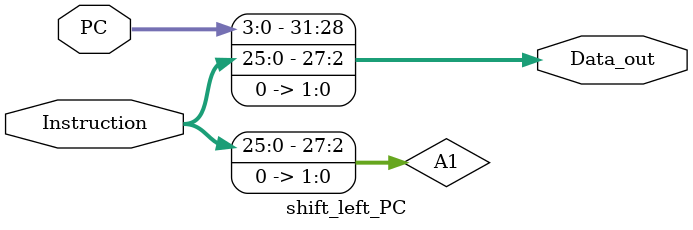
<source format=v>
module shift_left_PC (
    input wire [25:0] Instruction,
    input wire [3:0] PC, // PC[31:28]
    output wire [31:0] Data_out
);

    wire [27:0] A1;

    assign A1 = Instruction << 2;
    assign Data_out = {PC, A1};

endmodule
</source>
